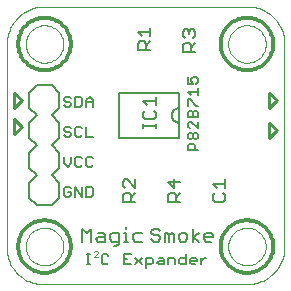
<source format=gto>
G75*
G70*
%OFA0B0*%
%FSLAX24Y24*%
%IPPOS*%
%LPD*%
%AMOC8*
5,1,8,0,0,1.08239X$1,22.5*
%
%ADD10C,0.0000*%
%ADD11C,0.0060*%
%ADD12C,0.0120*%
%ADD13C,0.0080*%
%ADD14C,0.0040*%
%ADD15C,0.0100*%
%ADD16C,0.0050*%
D10*
X000411Y001660D02*
X000409Y001594D01*
X000411Y001528D01*
X000417Y001462D01*
X000426Y001396D01*
X000439Y001331D01*
X000456Y001266D01*
X000476Y001203D01*
X000500Y001141D01*
X000527Y001081D01*
X000558Y001022D01*
X000592Y000964D01*
X000629Y000909D01*
X000669Y000856D01*
X000712Y000806D01*
X000757Y000757D01*
X000806Y000712D01*
X000856Y000669D01*
X000909Y000629D01*
X000964Y000592D01*
X001022Y000558D01*
X001081Y000527D01*
X001141Y000500D01*
X001203Y000476D01*
X001266Y000456D01*
X001331Y000439D01*
X001396Y000426D01*
X001462Y000417D01*
X001528Y000411D01*
X001594Y000409D01*
X001660Y000411D01*
X001660Y000410D02*
X008410Y000410D01*
X008478Y000412D01*
X008545Y000417D01*
X008612Y000426D01*
X008679Y000439D01*
X008744Y000456D01*
X008809Y000475D01*
X008873Y000499D01*
X008935Y000526D01*
X008996Y000556D01*
X009054Y000589D01*
X009111Y000625D01*
X009166Y000665D01*
X009219Y000707D01*
X009270Y000753D01*
X009317Y000800D01*
X009363Y000851D01*
X009405Y000904D01*
X009445Y000959D01*
X009481Y001016D01*
X009514Y001074D01*
X009544Y001135D01*
X009571Y001197D01*
X009595Y001261D01*
X009614Y001326D01*
X009631Y001391D01*
X009644Y001458D01*
X009653Y001525D01*
X009658Y001592D01*
X009660Y001660D01*
X009660Y008410D01*
X009658Y008478D01*
X009653Y008545D01*
X009644Y008612D01*
X009631Y008679D01*
X009614Y008744D01*
X009595Y008809D01*
X009571Y008873D01*
X009544Y008935D01*
X009514Y008996D01*
X009481Y009054D01*
X009445Y009111D01*
X009405Y009166D01*
X009363Y009219D01*
X009317Y009270D01*
X009270Y009317D01*
X009219Y009363D01*
X009166Y009405D01*
X009111Y009445D01*
X009054Y009481D01*
X008996Y009514D01*
X008935Y009544D01*
X008873Y009571D01*
X008809Y009595D01*
X008744Y009614D01*
X008679Y009631D01*
X008612Y009644D01*
X008545Y009653D01*
X008478Y009658D01*
X008410Y009660D01*
X001660Y009660D01*
X001035Y008410D02*
X001037Y008460D01*
X001043Y008509D01*
X001053Y008558D01*
X001066Y008605D01*
X001084Y008652D01*
X001105Y008697D01*
X001129Y008740D01*
X001157Y008781D01*
X001188Y008820D01*
X001222Y008856D01*
X001259Y008890D01*
X001299Y008920D01*
X001340Y008947D01*
X001384Y008971D01*
X001429Y008991D01*
X001476Y009007D01*
X001524Y009020D01*
X001573Y009029D01*
X001623Y009034D01*
X001672Y009035D01*
X001722Y009032D01*
X001771Y009025D01*
X001820Y009014D01*
X001867Y009000D01*
X001913Y008981D01*
X001958Y008959D01*
X002001Y008934D01*
X002041Y008905D01*
X002079Y008873D01*
X002115Y008839D01*
X002148Y008801D01*
X002177Y008761D01*
X002203Y008719D01*
X002226Y008675D01*
X002245Y008629D01*
X002261Y008582D01*
X002273Y008533D01*
X002281Y008484D01*
X002285Y008435D01*
X002285Y008385D01*
X002281Y008336D01*
X002273Y008287D01*
X002261Y008238D01*
X002245Y008191D01*
X002226Y008145D01*
X002203Y008101D01*
X002177Y008059D01*
X002148Y008019D01*
X002115Y007981D01*
X002079Y007947D01*
X002041Y007915D01*
X002001Y007886D01*
X001958Y007861D01*
X001913Y007839D01*
X001867Y007820D01*
X001820Y007806D01*
X001771Y007795D01*
X001722Y007788D01*
X001672Y007785D01*
X001623Y007786D01*
X001573Y007791D01*
X001524Y007800D01*
X001476Y007813D01*
X001429Y007829D01*
X001384Y007849D01*
X001340Y007873D01*
X001299Y007900D01*
X001259Y007930D01*
X001222Y007964D01*
X001188Y008000D01*
X001157Y008039D01*
X001129Y008080D01*
X001105Y008123D01*
X001084Y008168D01*
X001066Y008215D01*
X001053Y008262D01*
X001043Y008311D01*
X001037Y008360D01*
X001035Y008410D01*
X000410Y008410D02*
X000410Y001660D01*
X001035Y001660D02*
X001037Y001710D01*
X001043Y001759D01*
X001053Y001808D01*
X001066Y001855D01*
X001084Y001902D01*
X001105Y001947D01*
X001129Y001990D01*
X001157Y002031D01*
X001188Y002070D01*
X001222Y002106D01*
X001259Y002140D01*
X001299Y002170D01*
X001340Y002197D01*
X001384Y002221D01*
X001429Y002241D01*
X001476Y002257D01*
X001524Y002270D01*
X001573Y002279D01*
X001623Y002284D01*
X001672Y002285D01*
X001722Y002282D01*
X001771Y002275D01*
X001820Y002264D01*
X001867Y002250D01*
X001913Y002231D01*
X001958Y002209D01*
X002001Y002184D01*
X002041Y002155D01*
X002079Y002123D01*
X002115Y002089D01*
X002148Y002051D01*
X002177Y002011D01*
X002203Y001969D01*
X002226Y001925D01*
X002245Y001879D01*
X002261Y001832D01*
X002273Y001783D01*
X002281Y001734D01*
X002285Y001685D01*
X002285Y001635D01*
X002281Y001586D01*
X002273Y001537D01*
X002261Y001488D01*
X002245Y001441D01*
X002226Y001395D01*
X002203Y001351D01*
X002177Y001309D01*
X002148Y001269D01*
X002115Y001231D01*
X002079Y001197D01*
X002041Y001165D01*
X002001Y001136D01*
X001958Y001111D01*
X001913Y001089D01*
X001867Y001070D01*
X001820Y001056D01*
X001771Y001045D01*
X001722Y001038D01*
X001672Y001035D01*
X001623Y001036D01*
X001573Y001041D01*
X001524Y001050D01*
X001476Y001063D01*
X001429Y001079D01*
X001384Y001099D01*
X001340Y001123D01*
X001299Y001150D01*
X001259Y001180D01*
X001222Y001214D01*
X001188Y001250D01*
X001157Y001289D01*
X001129Y001330D01*
X001105Y001373D01*
X001084Y001418D01*
X001066Y001465D01*
X001053Y001512D01*
X001043Y001561D01*
X001037Y001610D01*
X001035Y001660D01*
X000410Y008410D02*
X000412Y008478D01*
X000417Y008545D01*
X000426Y008612D01*
X000439Y008679D01*
X000456Y008744D01*
X000475Y008809D01*
X000499Y008873D01*
X000526Y008935D01*
X000556Y008996D01*
X000589Y009054D01*
X000625Y009111D01*
X000665Y009166D01*
X000707Y009219D01*
X000753Y009270D01*
X000800Y009317D01*
X000851Y009363D01*
X000904Y009405D01*
X000959Y009445D01*
X001016Y009481D01*
X001074Y009514D01*
X001135Y009544D01*
X001197Y009571D01*
X001261Y009595D01*
X001326Y009614D01*
X001391Y009631D01*
X001458Y009644D01*
X001525Y009653D01*
X001592Y009658D01*
X001660Y009660D01*
X007785Y008410D02*
X007787Y008460D01*
X007793Y008509D01*
X007803Y008558D01*
X007816Y008605D01*
X007834Y008652D01*
X007855Y008697D01*
X007879Y008740D01*
X007907Y008781D01*
X007938Y008820D01*
X007972Y008856D01*
X008009Y008890D01*
X008049Y008920D01*
X008090Y008947D01*
X008134Y008971D01*
X008179Y008991D01*
X008226Y009007D01*
X008274Y009020D01*
X008323Y009029D01*
X008373Y009034D01*
X008422Y009035D01*
X008472Y009032D01*
X008521Y009025D01*
X008570Y009014D01*
X008617Y009000D01*
X008663Y008981D01*
X008708Y008959D01*
X008751Y008934D01*
X008791Y008905D01*
X008829Y008873D01*
X008865Y008839D01*
X008898Y008801D01*
X008927Y008761D01*
X008953Y008719D01*
X008976Y008675D01*
X008995Y008629D01*
X009011Y008582D01*
X009023Y008533D01*
X009031Y008484D01*
X009035Y008435D01*
X009035Y008385D01*
X009031Y008336D01*
X009023Y008287D01*
X009011Y008238D01*
X008995Y008191D01*
X008976Y008145D01*
X008953Y008101D01*
X008927Y008059D01*
X008898Y008019D01*
X008865Y007981D01*
X008829Y007947D01*
X008791Y007915D01*
X008751Y007886D01*
X008708Y007861D01*
X008663Y007839D01*
X008617Y007820D01*
X008570Y007806D01*
X008521Y007795D01*
X008472Y007788D01*
X008422Y007785D01*
X008373Y007786D01*
X008323Y007791D01*
X008274Y007800D01*
X008226Y007813D01*
X008179Y007829D01*
X008134Y007849D01*
X008090Y007873D01*
X008049Y007900D01*
X008009Y007930D01*
X007972Y007964D01*
X007938Y008000D01*
X007907Y008039D01*
X007879Y008080D01*
X007855Y008123D01*
X007834Y008168D01*
X007816Y008215D01*
X007803Y008262D01*
X007793Y008311D01*
X007787Y008360D01*
X007785Y008410D01*
X007785Y001660D02*
X007787Y001710D01*
X007793Y001759D01*
X007803Y001808D01*
X007816Y001855D01*
X007834Y001902D01*
X007855Y001947D01*
X007879Y001990D01*
X007907Y002031D01*
X007938Y002070D01*
X007972Y002106D01*
X008009Y002140D01*
X008049Y002170D01*
X008090Y002197D01*
X008134Y002221D01*
X008179Y002241D01*
X008226Y002257D01*
X008274Y002270D01*
X008323Y002279D01*
X008373Y002284D01*
X008422Y002285D01*
X008472Y002282D01*
X008521Y002275D01*
X008570Y002264D01*
X008617Y002250D01*
X008663Y002231D01*
X008708Y002209D01*
X008751Y002184D01*
X008791Y002155D01*
X008829Y002123D01*
X008865Y002089D01*
X008898Y002051D01*
X008927Y002011D01*
X008953Y001969D01*
X008976Y001925D01*
X008995Y001879D01*
X009011Y001832D01*
X009023Y001783D01*
X009031Y001734D01*
X009035Y001685D01*
X009035Y001635D01*
X009031Y001586D01*
X009023Y001537D01*
X009011Y001488D01*
X008995Y001441D01*
X008976Y001395D01*
X008953Y001351D01*
X008927Y001309D01*
X008898Y001269D01*
X008865Y001231D01*
X008829Y001197D01*
X008791Y001165D01*
X008751Y001136D01*
X008708Y001111D01*
X008663Y001089D01*
X008617Y001070D01*
X008570Y001056D01*
X008521Y001045D01*
X008472Y001038D01*
X008422Y001035D01*
X008373Y001036D01*
X008323Y001041D01*
X008274Y001050D01*
X008226Y001063D01*
X008179Y001079D01*
X008134Y001099D01*
X008090Y001123D01*
X008049Y001150D01*
X008009Y001180D01*
X007972Y001214D01*
X007938Y001250D01*
X007907Y001289D01*
X007879Y001330D01*
X007855Y001373D01*
X007834Y001418D01*
X007816Y001465D01*
X007803Y001512D01*
X007793Y001561D01*
X007787Y001610D01*
X007785Y001660D01*
D11*
X007050Y001292D02*
X006993Y001292D01*
X006880Y001178D01*
X006880Y001065D02*
X006880Y001292D01*
X006738Y001235D02*
X006738Y001178D01*
X006512Y001178D01*
X006512Y001122D02*
X006512Y001235D01*
X006568Y001292D01*
X006682Y001292D01*
X006738Y001235D01*
X006682Y001065D02*
X006568Y001065D01*
X006512Y001122D01*
X006370Y001065D02*
X006200Y001065D01*
X006143Y001122D01*
X006143Y001235D01*
X006200Y001292D01*
X006370Y001292D01*
X006370Y001405D02*
X006370Y001065D01*
X006002Y001065D02*
X006002Y001235D01*
X005945Y001292D01*
X005775Y001292D01*
X005775Y001065D01*
X005633Y001065D02*
X005633Y001235D01*
X005577Y001292D01*
X005463Y001292D01*
X005463Y001178D02*
X005407Y001122D01*
X005463Y001065D01*
X005633Y001065D01*
X005633Y001178D02*
X005463Y001178D01*
X005265Y001122D02*
X005208Y001065D01*
X005038Y001065D01*
X005038Y000952D02*
X005038Y001292D01*
X005208Y001292D01*
X005265Y001235D01*
X005265Y001122D01*
X004897Y001065D02*
X004670Y001292D01*
X004528Y001405D02*
X004302Y001405D01*
X004302Y001065D01*
X004528Y001065D01*
X004670Y001065D02*
X004897Y001292D01*
X004415Y001235D02*
X004302Y001235D01*
X003792Y001122D02*
X003735Y001065D01*
X003622Y001065D01*
X003565Y001122D01*
X003565Y001349D01*
X003622Y001405D01*
X003735Y001405D01*
X003792Y001349D01*
X003178Y001405D02*
X003065Y001405D01*
X003122Y001405D02*
X003122Y001065D01*
X003178Y001065D02*
X003065Y001065D01*
X003052Y003315D02*
X003222Y003315D01*
X003278Y003372D01*
X003278Y003599D01*
X003222Y003655D01*
X003052Y003655D01*
X003052Y003315D01*
X002910Y003315D02*
X002910Y003655D01*
X002683Y003655D02*
X002910Y003315D01*
X002683Y003315D02*
X002683Y003655D01*
X002542Y003599D02*
X002485Y003655D01*
X002372Y003655D01*
X002315Y003599D01*
X002315Y003372D01*
X002372Y003315D01*
X002485Y003315D01*
X002542Y003372D01*
X002542Y003485D01*
X002428Y003485D01*
X002428Y004315D02*
X002542Y004428D01*
X002542Y004655D01*
X002683Y004599D02*
X002683Y004372D01*
X002740Y004315D01*
X002853Y004315D01*
X002910Y004372D01*
X003052Y004372D02*
X003052Y004599D01*
X003108Y004655D01*
X003222Y004655D01*
X003278Y004599D01*
X003278Y004372D02*
X003222Y004315D01*
X003108Y004315D01*
X003052Y004372D01*
X002910Y004599D02*
X002853Y004655D01*
X002740Y004655D01*
X002683Y004599D01*
X002428Y004315D02*
X002315Y004428D01*
X002315Y004655D01*
X002372Y005315D02*
X002315Y005372D01*
X002372Y005315D02*
X002485Y005315D01*
X002542Y005372D01*
X002542Y005428D01*
X002485Y005485D01*
X002372Y005485D01*
X002315Y005542D01*
X002315Y005599D01*
X002372Y005655D01*
X002485Y005655D01*
X002542Y005599D01*
X002683Y005599D02*
X002683Y005372D01*
X002740Y005315D01*
X002853Y005315D01*
X002910Y005372D01*
X003052Y005315D02*
X003278Y005315D01*
X003052Y005315D02*
X003052Y005655D01*
X002910Y005599D02*
X002853Y005655D01*
X002740Y005655D01*
X002683Y005599D01*
X002683Y006315D02*
X002853Y006315D01*
X002910Y006372D01*
X002910Y006599D01*
X002853Y006655D01*
X002683Y006655D01*
X002683Y006315D01*
X002542Y006372D02*
X002485Y006315D01*
X002372Y006315D01*
X002315Y006372D01*
X002372Y006485D02*
X002315Y006542D01*
X002315Y006599D01*
X002372Y006655D01*
X002485Y006655D01*
X002542Y006599D01*
X002485Y006485D02*
X002542Y006428D01*
X002542Y006372D01*
X002485Y006485D02*
X002372Y006485D01*
X003052Y006485D02*
X003278Y006485D01*
X003278Y006542D02*
X003278Y006315D01*
X003052Y006315D02*
X003052Y006542D01*
X003165Y006655D01*
X003278Y006542D01*
X006160Y006285D02*
X006130Y006283D01*
X006100Y006278D01*
X006071Y006269D01*
X006044Y006256D01*
X006018Y006241D01*
X005994Y006222D01*
X005973Y006201D01*
X005954Y006177D01*
X005939Y006151D01*
X005926Y006124D01*
X005917Y006095D01*
X005912Y006065D01*
X005910Y006035D01*
X005912Y006005D01*
X005917Y005975D01*
X005926Y005946D01*
X005939Y005919D01*
X005954Y005893D01*
X005973Y005869D01*
X005994Y005848D01*
X006018Y005829D01*
X006044Y005814D01*
X006071Y005801D01*
X006100Y005792D01*
X006130Y005787D01*
X006160Y005785D01*
X006440Y005769D02*
X006440Y005655D01*
X006496Y005598D01*
X006496Y005457D02*
X006553Y005457D01*
X006610Y005400D01*
X006610Y005287D01*
X006553Y005230D01*
X006496Y005230D01*
X006440Y005287D01*
X006440Y005400D01*
X006496Y005457D01*
X006610Y005400D02*
X006667Y005457D01*
X006723Y005457D01*
X006780Y005400D01*
X006780Y005287D01*
X006723Y005230D01*
X006667Y005230D01*
X006610Y005287D01*
X006610Y005089D02*
X006496Y005089D01*
X006440Y005032D01*
X006440Y004862D01*
X006780Y004862D01*
X006667Y004862D02*
X006667Y005032D01*
X006610Y005089D01*
X006780Y005598D02*
X006553Y005825D01*
X006496Y005825D01*
X006440Y005769D01*
X006440Y005967D02*
X006440Y006137D01*
X006496Y006194D01*
X006553Y006194D01*
X006610Y006137D01*
X006610Y005967D01*
X006610Y006137D02*
X006667Y006194D01*
X006723Y006194D01*
X006780Y006137D01*
X006780Y005967D01*
X006440Y005967D01*
X006440Y006335D02*
X006440Y006562D01*
X006496Y006562D01*
X006723Y006335D01*
X006780Y006335D01*
X006780Y006703D02*
X006780Y006930D01*
X006780Y006817D02*
X006440Y006817D01*
X006553Y006703D01*
X006610Y007072D02*
X006440Y007072D01*
X006440Y007299D01*
X006553Y007242D02*
X006610Y007299D01*
X006723Y007299D01*
X006780Y007242D01*
X006780Y007128D01*
X006723Y007072D01*
X006610Y007072D02*
X006553Y007185D01*
X006553Y007242D01*
X006780Y005825D02*
X006780Y005598D01*
D12*
X008410Y007535D02*
X008352Y007537D01*
X008293Y007543D01*
X008236Y007553D01*
X008179Y007566D01*
X008123Y007583D01*
X008068Y007604D01*
X008015Y007629D01*
X007964Y007657D01*
X007915Y007689D01*
X007868Y007723D01*
X007823Y007761D01*
X007781Y007802D01*
X007742Y007845D01*
X007706Y007891D01*
X007672Y007939D01*
X007643Y007989D01*
X007616Y008042D01*
X007593Y008096D01*
X007574Y008151D01*
X007559Y008207D01*
X007547Y008264D01*
X007539Y008322D01*
X007535Y008381D01*
X007535Y008439D01*
X007539Y008498D01*
X007547Y008556D01*
X007559Y008613D01*
X007574Y008669D01*
X007593Y008724D01*
X007616Y008778D01*
X007643Y008831D01*
X007672Y008881D01*
X007706Y008929D01*
X007742Y008975D01*
X007781Y009018D01*
X007823Y009059D01*
X007868Y009097D01*
X007915Y009131D01*
X007964Y009163D01*
X008015Y009191D01*
X008068Y009216D01*
X008123Y009237D01*
X008179Y009254D01*
X008236Y009267D01*
X008293Y009277D01*
X008352Y009283D01*
X008410Y009285D01*
X008468Y009283D01*
X008527Y009277D01*
X008584Y009267D01*
X008641Y009254D01*
X008697Y009237D01*
X008752Y009216D01*
X008805Y009191D01*
X008856Y009163D01*
X008905Y009131D01*
X008952Y009097D01*
X008997Y009059D01*
X009039Y009018D01*
X009078Y008975D01*
X009114Y008929D01*
X009148Y008881D01*
X009177Y008831D01*
X009204Y008778D01*
X009227Y008724D01*
X009246Y008669D01*
X009261Y008613D01*
X009273Y008556D01*
X009281Y008498D01*
X009285Y008439D01*
X009285Y008381D01*
X009281Y008322D01*
X009273Y008264D01*
X009261Y008207D01*
X009246Y008151D01*
X009227Y008096D01*
X009204Y008042D01*
X009177Y007989D01*
X009148Y007939D01*
X009114Y007891D01*
X009078Y007845D01*
X009039Y007802D01*
X008997Y007761D01*
X008952Y007723D01*
X008905Y007689D01*
X008856Y007657D01*
X008805Y007629D01*
X008752Y007604D01*
X008697Y007583D01*
X008641Y007566D01*
X008584Y007553D01*
X008527Y007543D01*
X008468Y007537D01*
X008410Y007535D01*
X008410Y002535D02*
X008352Y002533D01*
X008293Y002527D01*
X008236Y002517D01*
X008179Y002504D01*
X008123Y002487D01*
X008068Y002466D01*
X008015Y002441D01*
X007964Y002413D01*
X007915Y002381D01*
X007868Y002347D01*
X007823Y002309D01*
X007781Y002268D01*
X007742Y002225D01*
X007706Y002179D01*
X007672Y002131D01*
X007643Y002081D01*
X007616Y002028D01*
X007593Y001974D01*
X007574Y001919D01*
X007559Y001863D01*
X007547Y001806D01*
X007539Y001748D01*
X007535Y001689D01*
X007535Y001631D01*
X007539Y001572D01*
X007547Y001514D01*
X007559Y001457D01*
X007574Y001401D01*
X007593Y001346D01*
X007616Y001292D01*
X007643Y001239D01*
X007672Y001189D01*
X007706Y001141D01*
X007742Y001095D01*
X007781Y001052D01*
X007823Y001011D01*
X007868Y000973D01*
X007915Y000939D01*
X007964Y000907D01*
X008015Y000879D01*
X008068Y000854D01*
X008123Y000833D01*
X008179Y000816D01*
X008236Y000803D01*
X008293Y000793D01*
X008352Y000787D01*
X008410Y000785D01*
X008468Y000787D01*
X008527Y000793D01*
X008584Y000803D01*
X008641Y000816D01*
X008697Y000833D01*
X008752Y000854D01*
X008805Y000879D01*
X008856Y000907D01*
X008905Y000939D01*
X008952Y000973D01*
X008997Y001011D01*
X009039Y001052D01*
X009078Y001095D01*
X009114Y001141D01*
X009148Y001189D01*
X009177Y001239D01*
X009204Y001292D01*
X009227Y001346D01*
X009246Y001401D01*
X009261Y001457D01*
X009273Y001514D01*
X009281Y001572D01*
X009285Y001631D01*
X009285Y001689D01*
X009281Y001748D01*
X009273Y001806D01*
X009261Y001863D01*
X009246Y001919D01*
X009227Y001974D01*
X009204Y002028D01*
X009177Y002081D01*
X009148Y002131D01*
X009114Y002179D01*
X009078Y002225D01*
X009039Y002268D01*
X008997Y002309D01*
X008952Y002347D01*
X008905Y002381D01*
X008856Y002413D01*
X008805Y002441D01*
X008752Y002466D01*
X008697Y002487D01*
X008641Y002504D01*
X008584Y002517D01*
X008527Y002527D01*
X008468Y002533D01*
X008410Y002535D01*
X001660Y002535D02*
X001602Y002533D01*
X001543Y002527D01*
X001486Y002517D01*
X001429Y002504D01*
X001373Y002487D01*
X001318Y002466D01*
X001265Y002441D01*
X001214Y002413D01*
X001165Y002381D01*
X001118Y002347D01*
X001073Y002309D01*
X001031Y002268D01*
X000992Y002225D01*
X000956Y002179D01*
X000922Y002131D01*
X000893Y002081D01*
X000866Y002028D01*
X000843Y001974D01*
X000824Y001919D01*
X000809Y001863D01*
X000797Y001806D01*
X000789Y001748D01*
X000785Y001689D01*
X000785Y001631D01*
X000789Y001572D01*
X000797Y001514D01*
X000809Y001457D01*
X000824Y001401D01*
X000843Y001346D01*
X000866Y001292D01*
X000893Y001239D01*
X000922Y001189D01*
X000956Y001141D01*
X000992Y001095D01*
X001031Y001052D01*
X001073Y001011D01*
X001118Y000973D01*
X001165Y000939D01*
X001214Y000907D01*
X001265Y000879D01*
X001318Y000854D01*
X001373Y000833D01*
X001429Y000816D01*
X001486Y000803D01*
X001543Y000793D01*
X001602Y000787D01*
X001660Y000785D01*
X001718Y000787D01*
X001777Y000793D01*
X001834Y000803D01*
X001891Y000816D01*
X001947Y000833D01*
X002002Y000854D01*
X002055Y000879D01*
X002106Y000907D01*
X002155Y000939D01*
X002202Y000973D01*
X002247Y001011D01*
X002289Y001052D01*
X002328Y001095D01*
X002364Y001141D01*
X002398Y001189D01*
X002427Y001239D01*
X002454Y001292D01*
X002477Y001346D01*
X002496Y001401D01*
X002511Y001457D01*
X002523Y001514D01*
X002531Y001572D01*
X002535Y001631D01*
X002535Y001689D01*
X002531Y001748D01*
X002523Y001806D01*
X002511Y001863D01*
X002496Y001919D01*
X002477Y001974D01*
X002454Y002028D01*
X002427Y002081D01*
X002398Y002131D01*
X002364Y002179D01*
X002328Y002225D01*
X002289Y002268D01*
X002247Y002309D01*
X002202Y002347D01*
X002155Y002381D01*
X002106Y002413D01*
X002055Y002441D01*
X002002Y002466D01*
X001947Y002487D01*
X001891Y002504D01*
X001834Y002517D01*
X001777Y002527D01*
X001718Y002533D01*
X001660Y002535D01*
X001660Y007535D02*
X001602Y007537D01*
X001543Y007543D01*
X001486Y007553D01*
X001429Y007566D01*
X001373Y007583D01*
X001318Y007604D01*
X001265Y007629D01*
X001214Y007657D01*
X001165Y007689D01*
X001118Y007723D01*
X001073Y007761D01*
X001031Y007802D01*
X000992Y007845D01*
X000956Y007891D01*
X000922Y007939D01*
X000893Y007989D01*
X000866Y008042D01*
X000843Y008096D01*
X000824Y008151D01*
X000809Y008207D01*
X000797Y008264D01*
X000789Y008322D01*
X000785Y008381D01*
X000785Y008439D01*
X000789Y008498D01*
X000797Y008556D01*
X000809Y008613D01*
X000824Y008669D01*
X000843Y008724D01*
X000866Y008778D01*
X000893Y008831D01*
X000922Y008881D01*
X000956Y008929D01*
X000992Y008975D01*
X001031Y009018D01*
X001073Y009059D01*
X001118Y009097D01*
X001165Y009131D01*
X001214Y009163D01*
X001265Y009191D01*
X001318Y009216D01*
X001373Y009237D01*
X001429Y009254D01*
X001486Y009267D01*
X001543Y009277D01*
X001602Y009283D01*
X001660Y009285D01*
X001718Y009283D01*
X001777Y009277D01*
X001834Y009267D01*
X001891Y009254D01*
X001947Y009237D01*
X002002Y009216D01*
X002055Y009191D01*
X002106Y009163D01*
X002155Y009131D01*
X002202Y009097D01*
X002247Y009059D01*
X002289Y009018D01*
X002328Y008975D01*
X002364Y008929D01*
X002398Y008881D01*
X002427Y008831D01*
X002454Y008778D01*
X002477Y008724D01*
X002496Y008669D01*
X002511Y008613D01*
X002523Y008556D01*
X002531Y008498D01*
X002535Y008439D01*
X002535Y008381D01*
X002531Y008322D01*
X002523Y008264D01*
X002511Y008207D01*
X002496Y008151D01*
X002477Y008096D01*
X002454Y008042D01*
X002427Y007989D01*
X002398Y007939D01*
X002364Y007891D01*
X002328Y007845D01*
X002289Y007802D01*
X002247Y007761D01*
X002202Y007723D01*
X002155Y007689D01*
X002106Y007657D01*
X002055Y007629D01*
X002002Y007604D01*
X001947Y007583D01*
X001891Y007566D01*
X001834Y007553D01*
X001777Y007543D01*
X001718Y007537D01*
X001660Y007535D01*
D13*
X001410Y007035D02*
X001910Y007035D01*
X002160Y006785D01*
X002160Y006285D01*
X001910Y006035D01*
X002160Y005785D01*
X002160Y005285D01*
X001910Y005035D01*
X002160Y004785D01*
X002160Y004285D01*
X001910Y004035D01*
X002160Y003785D01*
X002160Y003285D01*
X001910Y003035D01*
X001410Y003035D01*
X001160Y003285D01*
X001160Y003785D01*
X001410Y004035D01*
X001160Y004285D01*
X001160Y004785D01*
X001410Y005035D01*
X001160Y005285D01*
X001160Y005785D01*
X001410Y006035D01*
X001160Y006285D01*
X001160Y006785D01*
X001410Y007035D01*
X004332Y003895D02*
X004262Y003825D01*
X004262Y003685D01*
X004332Y003615D01*
X004332Y003434D02*
X004472Y003434D01*
X004542Y003364D01*
X004542Y003154D01*
X004542Y003294D02*
X004683Y003434D01*
X004683Y003615D02*
X004402Y003895D01*
X004332Y003895D01*
X004683Y003895D02*
X004683Y003615D01*
X004332Y003434D02*
X004262Y003364D01*
X004262Y003154D01*
X004683Y003154D01*
X004378Y002315D02*
X004378Y002245D01*
X004378Y002105D02*
X004308Y002105D01*
X004378Y002105D02*
X004378Y001825D01*
X004308Y001825D02*
X004448Y001825D01*
X004615Y001895D02*
X004685Y001825D01*
X004895Y001825D01*
X004895Y002105D02*
X004685Y002105D01*
X004615Y002035D01*
X004615Y001895D01*
X004128Y001825D02*
X003917Y001825D01*
X003847Y001895D01*
X003847Y002035D01*
X003917Y002105D01*
X004128Y002105D01*
X004128Y001755D01*
X004057Y001685D01*
X003987Y001685D01*
X003667Y001825D02*
X003457Y001825D01*
X003387Y001895D01*
X003457Y001965D01*
X003667Y001965D01*
X003667Y002035D02*
X003597Y002105D01*
X003457Y002105D01*
X003667Y002035D02*
X003667Y001825D01*
X003207Y001825D02*
X003207Y002245D01*
X003067Y002105D01*
X002926Y002245D01*
X002926Y001825D01*
X005225Y001895D02*
X005295Y001825D01*
X005435Y001825D01*
X005505Y001895D01*
X005505Y001965D01*
X005435Y002035D01*
X005295Y002035D01*
X005225Y002105D01*
X005225Y002175D01*
X005295Y002245D01*
X005435Y002245D01*
X005505Y002175D01*
X005685Y002105D02*
X005755Y002105D01*
X005825Y002035D01*
X005895Y002105D01*
X005965Y002035D01*
X005965Y001825D01*
X005825Y001825D02*
X005825Y002035D01*
X005685Y002105D02*
X005685Y001825D01*
X006146Y001895D02*
X006216Y001825D01*
X006356Y001825D01*
X006426Y001895D01*
X006426Y002035D01*
X006356Y002105D01*
X006216Y002105D01*
X006146Y002035D01*
X006146Y001895D01*
X006606Y001825D02*
X006606Y002245D01*
X006816Y002105D02*
X006606Y001965D01*
X006816Y001825D01*
X006990Y001895D02*
X006990Y002035D01*
X007060Y002105D01*
X007200Y002105D01*
X007270Y002035D01*
X007270Y001965D01*
X006990Y001965D01*
X006990Y001895D02*
X007060Y001825D01*
X007200Y001825D01*
X007332Y003154D02*
X007612Y003154D01*
X007683Y003224D01*
X007683Y003364D01*
X007612Y003434D01*
X007683Y003615D02*
X007683Y003895D01*
X007683Y003755D02*
X007262Y003755D01*
X007402Y003615D01*
X007332Y003434D02*
X007262Y003364D01*
X007262Y003224D01*
X007332Y003154D01*
X006183Y003154D02*
X005762Y003154D01*
X005762Y003364D01*
X005832Y003434D01*
X005972Y003434D01*
X006042Y003364D01*
X006042Y003154D01*
X006042Y003294D02*
X006183Y003434D01*
X005972Y003615D02*
X005972Y003895D01*
X005762Y003825D02*
X005972Y003615D01*
X005762Y003825D02*
X006183Y003825D01*
X005370Y005597D02*
X005370Y005737D01*
X005370Y005667D02*
X004950Y005667D01*
X004950Y005597D02*
X004950Y005737D01*
X005020Y005904D02*
X005300Y005904D01*
X005370Y005974D01*
X005370Y006114D01*
X005300Y006184D01*
X005370Y006365D02*
X005370Y006645D01*
X005370Y006505D02*
X004950Y006505D01*
X005090Y006365D01*
X005020Y006184D02*
X004950Y006114D01*
X004950Y005974D01*
X005020Y005904D01*
X006262Y008154D02*
X006262Y008364D01*
X006332Y008434D01*
X006472Y008434D01*
X006542Y008364D01*
X006542Y008154D01*
X006542Y008294D02*
X006683Y008434D01*
X006612Y008615D02*
X006683Y008685D01*
X006683Y008825D01*
X006612Y008895D01*
X006542Y008895D01*
X006472Y008825D01*
X006472Y008755D01*
X006472Y008825D02*
X006402Y008895D01*
X006332Y008895D01*
X006262Y008825D01*
X006262Y008685D01*
X006332Y008615D01*
X006262Y008154D02*
X006683Y008154D01*
X005183Y008217D02*
X004762Y008217D01*
X004762Y008427D01*
X004832Y008497D01*
X004972Y008497D01*
X005042Y008427D01*
X005042Y008217D01*
X005042Y008357D02*
X005183Y008497D01*
X005183Y008677D02*
X005183Y008957D01*
X005183Y008817D02*
X004762Y008817D01*
X004902Y008677D01*
D14*
X003405Y001505D02*
X003338Y001505D01*
X003305Y001472D01*
X003405Y001505D02*
X003438Y001472D01*
X003438Y001438D01*
X003305Y001305D01*
X003438Y001305D01*
D15*
X000660Y005410D02*
X000910Y005660D01*
X000660Y005910D01*
X000660Y005410D01*
X000660Y006285D02*
X000910Y006535D01*
X000660Y006785D01*
X000660Y006285D01*
X009160Y006285D02*
X009160Y006785D01*
X009410Y006535D01*
X009160Y006285D01*
X009160Y005785D02*
X009160Y005285D01*
X009410Y005535D01*
X009160Y005785D01*
D16*
X006160Y005285D02*
X006160Y006785D01*
X004160Y006785D01*
X004160Y005285D01*
X006160Y005285D01*
M02*

</source>
